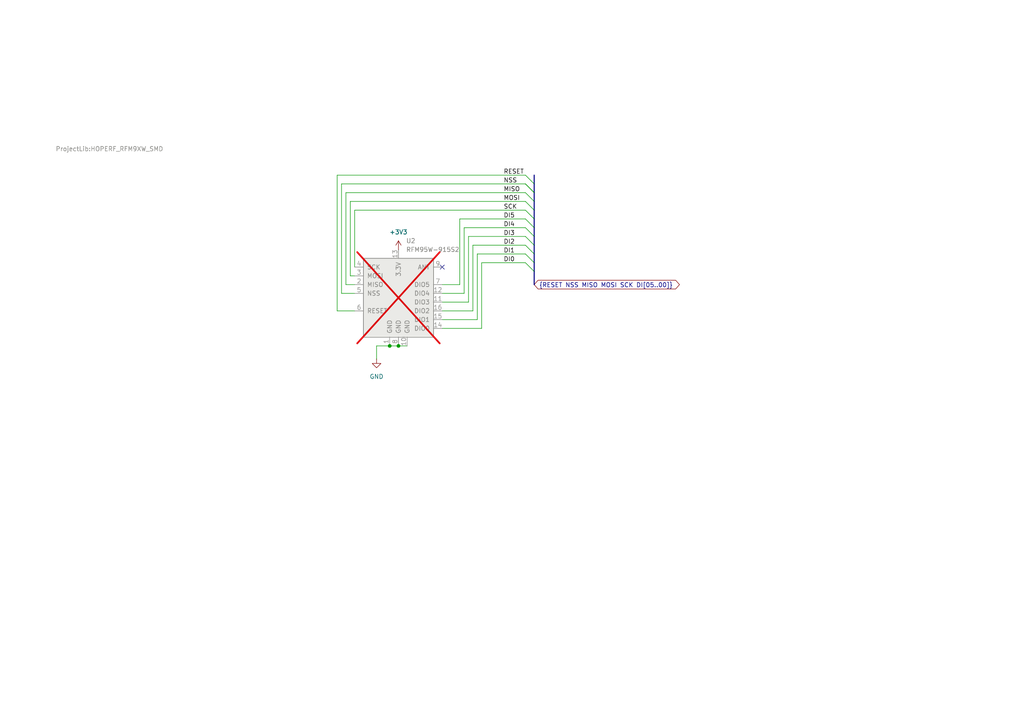
<source format=kicad_sch>
(kicad_sch (version 20231120) (generator "eeschema") (generator_version "8.0")
  (paper "A4")
  (title_block (title "Multiplex I2C to Screw Terminal connectors") (date "2024-07-25") (rev "v0.1.0"))
  (lib_symbols
    (symbol "ProjectLib:RFM95W-915S2" (pin_names (offset 1.016))
      (property "Reference" "U" (at -10.414 11.684 0))
      (property "Value" "RFM95W-915S2" (at 1.524 11.43 0))
      (symbol "RFM95W-915S2_0_1"
        (rectangle (start -10.16 10.16) (end 10.16 -12.7) (stroke (width 0.254)) (fill (type background)))
      )
      (symbol "RFM95W-915S2_1_1"
        (pin power_in line (at -2.54 -15.24 90) (length 2.54) (name "GND") (number "1"))
        (pin power_in line (at 2.54 -15.24 90) (length 2.54) (name "GND") (number "10"))
        (pin bidirectional line (at 12.7 -2.54 180) (length 2.54) (name "DIO3") (number "11"))
        (pin bidirectional line (at 12.7 0 180) (length 2.54) (name "DIO4") (number "12"))
        (pin power_in line (at 0 12.7 270) (length 2.54) (name "3.3V") (number "13"))
        (pin bidirectional line (at 12.7 -10.16 180) (length 2.54) (name "DIO0") (number "14"))
        (pin bidirectional line (at 12.7 -7.62 180) (length 2.54) (name "DIO1") (number "15"))
        (pin bidirectional line (at 12.7 -5.08 180) (length 2.54) (name "DIO2") (number "16"))
        (pin output line (at -12.7 2.54 0) (length 2.54) (name "MISO") (number "2"))
        (pin input line (at -12.7 5.08 0) (length 2.54) (name "MOSI") (number "3"))
        (pin input line (at -12.7 7.62 0) (length 2.54) (name "SCK") (number "4"))
        (pin input line (at -12.7 0 0) (length 2.54) (name "NSS") (number "5"))
        (pin bidirectional line (at -12.7 -5.08 0) (length 2.54) (name "RESET") (number "6"))
        (pin bidirectional line (at 12.7 2.54 180) (length 2.54) (name "DIO5") (number "7"))
        (pin power_in line (at 0 -15.24 90) (length 2.54) (name "GND") (number "8"))
        (pin bidirectional line (at 12.7 7.62 180) (length 2.54) (name "ANT") (number "9"))
      )
    )
    (symbol "power:+3V3" (power) (pin_numbers hide) (pin_names (offset 0) hide)
      (property "Value" "+3V3" (at 0 3.556 0))
      (symbol "+3V3_0_1"
        (polyline (pts (xy -0.762 1.27) (xy 0 2.54)))
        (polyline (pts (xy 0 0) (xy 0 2.54)))
        (polyline (pts (xy 0 2.54) (xy 0.762 1.27)))
      )
      (symbol "+3V3_1_1"
        (pin power_in line (at 0 0 90) (length 0) (name "~") (number "1"))
      )
    )
    (symbol "power:GND" (power) (pin_numbers hide) (pin_names (offset 0) hide)
      (property "Value" "GND" (at 0 -3.81 0))
      (symbol "GND_0_1"
        (polyline (pts (xy 0 0) (xy 0 -1.27) (xy 1.27 -1.27) (xy 0 -2.54) (xy -1.27 -1.27) (xy 0 -1.27)))
      )
      (symbol "GND_1_1"
        (pin power_in line (at 0 0 270) (length 0) (name "~") (number "1"))
      )
    )
  )
  (bus_alias "SPI" (members "NSS" "MISO" "MOSI" "SCK" "DI[05..00]" ""))
  (junction (at 113.03 100.33))
  (junction (at 115.57 100.33))
  (no_connect (at 128.27 77.47))
  (bus_entry (at 154.94 58.42) (size -2.54 -2.54))
  (bus_entry (at 154.94 71.12) (size -2.54 -2.54))
  (bus_entry (at 154.94 53.34) (size -2.54 -2.54))
  (bus_entry (at 154.94 76.2) (size -2.54 -2.54))
  (bus_entry (at 154.94 66.04) (size -2.54 -2.54))
  (bus_entry (at 154.94 73.66) (size -2.54 -2.54))
  (bus_entry (at 154.94 63.5) (size -2.54 -2.54))
  (bus_entry (at 154.94 78.74) (size -2.54 -2.54))
  (bus_entry (at 154.94 55.88) (size -2.54 -2.54))
  (bus_entry (at 154.94 60.96) (size -2.54 -2.54))
  (bus_entry (at 154.94 68.58) (size -2.54 -2.54))
  (wire (pts (xy 135.89 68.58) (xy 152.4 68.58)))
  (wire (pts (xy 134.62 66.04) (xy 152.4 66.04)))
  (wire (pts (xy 99.06 53.34) (xy 152.4 53.34)))
  (bus (pts (xy 154.94 78.74) (xy 154.94 82.55)))
  (wire (pts (xy 100.33 82.55) (xy 100.33 55.88)))
  (wire (pts (xy 128.27 92.71) (xy 138.43 92.71)))
  (wire (pts (xy 137.16 90.17) (xy 137.16 71.12)))
  (bus (pts (xy 154.94 50.8) (xy 154.94 53.34)))
  (wire (pts (xy 152.4 53.34) (xy 154.94 55.88)))
  (wire (pts (xy 101.6 80.01) (xy 101.6 58.42)))
  (wire (pts (xy 134.62 85.09) (xy 134.62 66.04)))
  (wire (pts (xy 133.35 82.55) (xy 133.35 63.5)))
  (bus (pts (xy 154.94 76.2) (xy 154.94 78.74)))
  (wire (pts (xy 128.27 85.09) (xy 134.62 85.09)))
  (wire (pts (xy 102.87 90.17) (xy 97.79 90.17)))
  (wire (pts (xy 102.87 77.47) (xy 102.87 60.96)))
  (wire (pts (xy 113.03 100.33) (xy 109.22 100.33)))
  (wire (pts (xy 138.43 73.66) (xy 152.4 73.66)))
  (wire (pts (xy 102.87 85.09) (xy 99.06 85.09)))
  (wire (pts (xy 102.87 82.55) (xy 100.33 82.55)))
  (wire (pts (xy 109.22 100.33) (xy 109.22 104.14)))
  (wire (pts (xy 99.06 85.09) (xy 99.06 53.34)))
  (wire (pts (xy 128.27 82.55) (xy 133.35 82.55)))
  (bus (pts (xy 154.94 55.88) (xy 154.94 58.42)))
  (wire (pts (xy 137.16 71.12) (xy 152.4 71.12)))
  (bus (pts (xy 154.94 63.5) (xy 154.94 66.04)))
  (wire (pts (xy 113.03 100.33) (xy 115.57 100.33)))
  (wire (pts (xy 100.33 55.88) (xy 152.4 55.88)))
  (bus (pts (xy 154.94 68.58) (xy 154.94 71.12)))
  (wire (pts (xy 135.89 87.63) (xy 135.89 68.58)))
  (wire (pts (xy 101.6 58.42) (xy 152.4 58.42)))
  (wire (pts (xy 97.79 90.17) (xy 97.79 50.8)))
  (wire (pts (xy 102.87 60.96) (xy 152.4 60.96)))
  (wire (pts (xy 128.27 87.63) (xy 135.89 87.63)))
  (wire (pts (xy 138.43 92.71) (xy 138.43 73.66)))
  (wire (pts (xy 128.27 95.25) (xy 139.7 95.25)))
  (wire (pts (xy 102.87 80.01) (xy 101.6 80.01)))
  (wire (pts (xy 139.7 76.2) (xy 152.4 76.2)))
  (wire (pts (xy 97.79 50.8) (xy 152.4 50.8)))
  (bus (pts (xy 154.94 73.66) (xy 154.94 76.2)))
  (bus (pts (xy 154.94 71.12) (xy 154.94 73.66)))
  (wire (pts (xy 133.35 63.5) (xy 152.4 63.5)))
  (wire (pts (xy 139.7 95.25) (xy 139.7 76.2)))
  (wire (pts (xy 115.57 100.33) (xy 118.11 100.33)))
  (bus (pts (xy 154.94 66.04) (xy 154.94 68.58)))
  (wire (pts (xy 128.27 90.17) (xy 137.16 90.17)))
  (bus (pts (xy 154.94 58.42) (xy 154.94 60.96)))
  (bus (pts (xy 154.94 53.34) (xy 154.94 55.88)))
  (bus (pts (xy 154.94 60.96) (xy 154.94 63.5)))
  (label "MISO" (at 146.05 55.88 0))
  (label "MOSI" (at 146.05 58.42 0))
  (label "DI1" (at 146.05 73.66 0))
  (label "RESET" (at 146.05 50.8 0))
  (label "DI4" (at 146.05 66.04 0))
  (label "DI3" (at 146.05 68.58 0))
  (label "DI5" (at 146.05 63.5 0))
  (label "SCK" (at 146.05 60.96 0))
  (label "NSS" (at 146.05 53.34 0))
  (label "DI0" (at 146.05 76.2 0))
  (label "DI2" (at 146.05 71.12 0))
  (global_label "{RESET NSS MISO MOSI SCK DI[05..00]}" (shape bidirectional) (at 154.94 82.55 0) (property "Intersheetrefs" "${INTERSHEET_REFS}" (effects (hide yes))))
  (symbol (lib_id "power:GND") (at 109.22 104.14 0) (unit 1)
    (property "Reference" "#PWR04" (effects (hide yes)))
    (property "Value" "GND" (at 109.22 109.22 0))
    (property "Description" "Power symbol creates a global label with name \"GND\" , ground" (effects (hide yes)))
  )
  (symbol (lib_id "power:+3V3") (at 115.57 72.39 0) (unit 1)
    (property "Reference" "#PWR03" (effects (hide yes)))
    (property "Value" "+3V3" (at 115.57 67.31 0))
    (property "Description" "Power symbol creates a global label with name \"+3V3\"" (effects (hide yes)))
  )
  (symbol (lib_id "ProjectLib:RFM95W-915S2") (at 115.57 85.09 0) (unit 1) (dnp yes)
    (property "Reference" "U2" (at 117.7641 69.85 0) (effects (justify left)))
    (property "Value" "RFM95W-915S2" (at 117.7641 72.39 0) (effects (justify left)))
    (property "Footprint" "ProjectLib:HOPERF_RFM9XW_SMD" (at 31.75 43.18 0))
    (property "Datasheet" "https://www.hoperf.com/data/upload/portal/20181127/5bfcbea20e9ef.pdf" (effects (hide yes)))
    (property "Description" "Low power long range transceiver module, SPI and parallel interface, 868 MHz, spreading factor 6 to12, bandwidth 7.8 to 500kHz, -111 to -148 dBm, SMD-16, DIP-16" (effects (hide yes)))
  )
)
</source>
